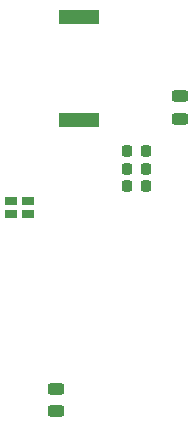
<source format=gbr>
%TF.GenerationSoftware,KiCad,Pcbnew,7.0.5*%
%TF.CreationDate,2023-12-10T00:27:40-08:00*%
%TF.ProjectId,Lyrav3,4c797261-7633-42e6-9b69-6361645f7063,rev?*%
%TF.SameCoordinates,Original*%
%TF.FileFunction,Paste,Top*%
%TF.FilePolarity,Positive*%
%FSLAX46Y46*%
G04 Gerber Fmt 4.6, Leading zero omitted, Abs format (unit mm)*
G04 Created by KiCad (PCBNEW 7.0.5) date 2023-12-10 00:27:40*
%MOMM*%
%LPD*%
G01*
G04 APERTURE LIST*
G04 Aperture macros list*
%AMRoundRect*
0 Rectangle with rounded corners*
0 $1 Rounding radius*
0 $2 $3 $4 $5 $6 $7 $8 $9 X,Y pos of 4 corners*
0 Add a 4 corners polygon primitive as box body*
4,1,4,$2,$3,$4,$5,$6,$7,$8,$9,$2,$3,0*
0 Add four circle primitives for the rounded corners*
1,1,$1+$1,$2,$3*
1,1,$1+$1,$4,$5*
1,1,$1+$1,$6,$7*
1,1,$1+$1,$8,$9*
0 Add four rect primitives between the rounded corners*
20,1,$1+$1,$2,$3,$4,$5,0*
20,1,$1+$1,$4,$5,$6,$7,0*
20,1,$1+$1,$6,$7,$8,$9,0*
20,1,$1+$1,$8,$9,$2,$3,0*%
G04 Aperture macros list end*
%ADD10R,1.000000X0.800000*%
%ADD11R,3.400000X1.300000*%
%ADD12RoundRect,0.225000X-0.225000X-0.250000X0.225000X-0.250000X0.225000X0.250000X-0.225000X0.250000X0*%
%ADD13RoundRect,0.243750X-0.456250X0.243750X-0.456250X-0.243750X0.456250X-0.243750X0.456250X0.243750X0*%
G04 APERTURE END LIST*
D10*
%TO.C,D4*%
X187819600Y-86165600D03*
X187819600Y-87265600D03*
X189319600Y-87265600D03*
X189319600Y-86165600D03*
%TD*%
D11*
%TO.C,LS1*%
X193649600Y-79298801D03*
X193649600Y-70598801D03*
%TD*%
D12*
%TO.C,C20*%
X199263000Y-84912200D03*
X197713000Y-84912200D03*
%TD*%
%TO.C,C19*%
X199250600Y-81915000D03*
X197700600Y-81915000D03*
%TD*%
%TO.C,C18*%
X197700600Y-83439000D03*
X199250600Y-83439000D03*
%TD*%
D13*
%TO.C,D2*%
X202184000Y-77294500D03*
X202184000Y-79169500D03*
%TD*%
%TO.C,F1*%
X191643000Y-103934500D03*
X191643000Y-102059500D03*
%TD*%
M02*

</source>
